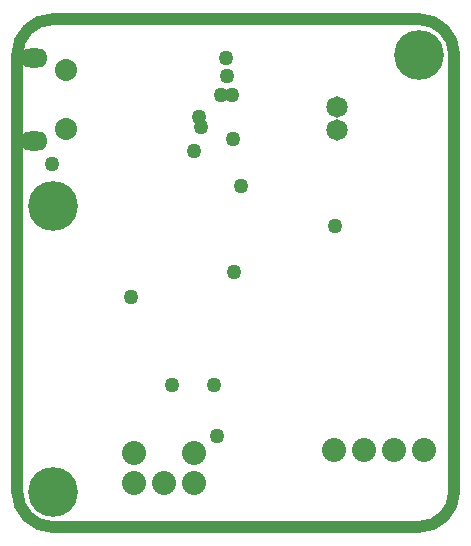
<source format=gbr>
%TF.GenerationSoftware,Altium Limited,Altium Designer,23.3.1 (30)*%
G04 Layer_Physical_Order=2*
G04 Layer_Color=32768*
%FSLAX45Y45*%
%MOMM*%
%TF.SameCoordinates,E5280C8B-2022-47E8-8DAE-B5BF382FD6C1*%
%TF.FilePolarity,Negative*%
%TF.FileFunction,Copper,L2,Inr,Plane*%
%TF.Part,Single*%
G01*
G75*
%TA.AperFunction,NonConductor*%
%ADD42C,1.01600*%
%TA.AperFunction,ViaPad*%
%ADD43C,4.21600*%
%TA.AperFunction,ComponentPad*%
%ADD44C,2.03600*%
%ADD45O,2.31600X1.61600*%
%ADD46C,1.86600*%
%ADD47C,1.81600*%
%TA.AperFunction,ViaPad*%
%ADD48C,1.27000*%
D42*
X300000Y4300000D02*
G03*
X0Y4000000I0J-300000D01*
G01*
X3700000D02*
G03*
X3400000Y4300000I-300000J0D01*
G01*
Y0D02*
G03*
X3700000Y300000I0J300000D01*
G01*
X0D02*
G03*
X300000Y0I300000J0D01*
G01*
X0Y300000D02*
Y4000000D01*
X300000Y4300000D02*
X3400000D01*
X3700000Y300000D02*
Y4000000D01*
X300000Y0D02*
X3400000D01*
D43*
X300000Y2720000D02*
D03*
X3400000Y4000000D02*
D03*
X300000Y300000D02*
D03*
D44*
X990600Y373600D02*
D03*
X1244600D02*
D03*
X1498600D02*
D03*
X990600Y627600D02*
D03*
X1498600D02*
D03*
X3441700Y653000D02*
D03*
X3187700D02*
D03*
X2933700D02*
D03*
X2679700D02*
D03*
D45*
X139700Y3967700D02*
D03*
Y3267701D02*
D03*
D46*
X409702Y3867700D02*
D03*
Y3367701D02*
D03*
D47*
X2705100Y3358100D02*
D03*
Y3558100D02*
D03*
D48*
X295000Y3077500D02*
D03*
X1689100Y770000D02*
D03*
X1892300Y2885931D02*
D03*
X962500Y1950000D02*
D03*
X1552879Y3388321D02*
D03*
X1540000Y3472500D02*
D03*
X1815000Y3657500D02*
D03*
X1727942D02*
D03*
X1828800Y3281900D02*
D03*
X1663700Y1199100D02*
D03*
X1308100D02*
D03*
X1838000Y2160800D02*
D03*
X2692400Y2545300D02*
D03*
X1769282Y3967700D02*
D03*
X1778000Y3815300D02*
D03*
X1498600Y3180300D02*
D03*
%TF.MD5,cea09a8c5aec69ebb7aaa9994f1b2a90*%
M02*

</source>
